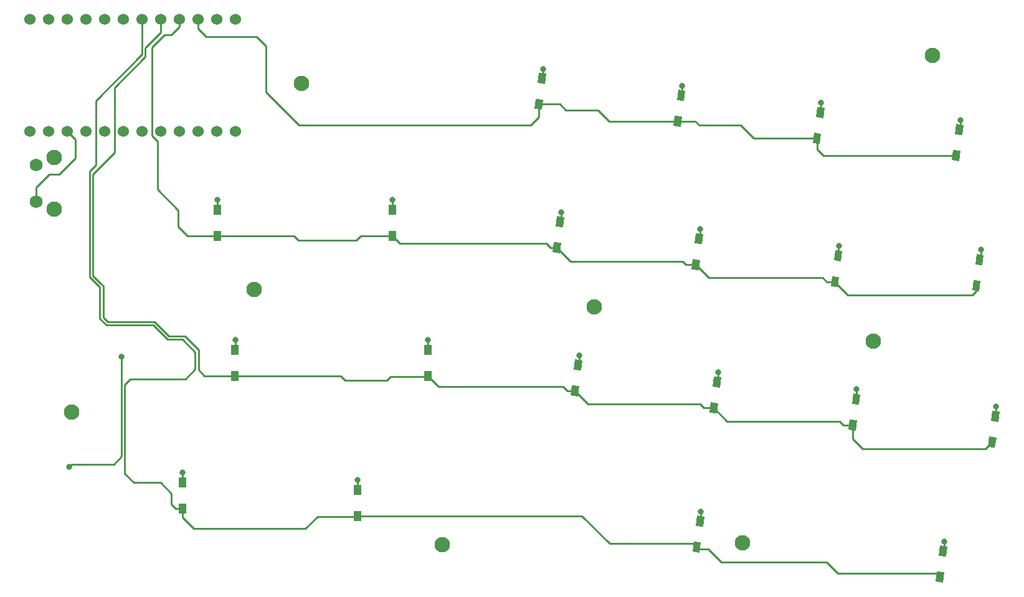
<source format=gbr>
%TF.GenerationSoftware,KiCad,Pcbnew,(5.1.9-0-10_14)*%
%TF.CreationDate,2021-04-30T13:47:16+09:00*%
%TF.ProjectId,seiren-pad,73656972-656e-42d7-9061-642e6b696361,rev?*%
%TF.SameCoordinates,Original*%
%TF.FileFunction,Copper,L1,Top*%
%TF.FilePolarity,Positive*%
%FSLAX46Y46*%
G04 Gerber Fmt 4.6, Leading zero omitted, Abs format (unit mm)*
G04 Created by KiCad (PCBNEW (5.1.9-0-10_14)) date 2021-04-30 13:47:16*
%MOMM*%
%LPD*%
G01*
G04 APERTURE LIST*
%TA.AperFunction,ComponentPad*%
%ADD10C,2.100000*%
%TD*%
%TA.AperFunction,SMDPad,CuDef*%
%ADD11C,0.100000*%
%TD*%
%TA.AperFunction,SMDPad,CuDef*%
%ADD12R,1.000000X1.400000*%
%TD*%
%TA.AperFunction,ComponentPad*%
%ADD13C,1.750000*%
%TD*%
%TA.AperFunction,ComponentPad*%
%ADD14C,1.524000*%
%TD*%
%TA.AperFunction,ViaPad*%
%ADD15C,0.800000*%
%TD*%
%TA.AperFunction,Conductor*%
%ADD16C,0.250000*%
%TD*%
%TA.AperFunction,Conductor*%
%ADD17C,0.500000*%
%TD*%
G04 APERTURE END LIST*
D10*
%TO.P,,*%
%TO.N,*%
X100543360Y-72938640D03*
%TD*%
%TO.P,,*%
%TO.N,*%
X191719200Y-90678000D03*
%TD*%
%TO.P,,*%
%TO.N,*%
X150876000Y-90932000D03*
%TD*%
%TO.P,,*%
%TO.N,*%
X217522445Y-24382352D03*
%TD*%
%TO.P,,*%
%TO.N,*%
X131790440Y-28178760D03*
%TD*%
%TA.AperFunction,SMDPad,CuDef*%
D11*
%TO.P,D4,2*%
%TO.N,Net-(D4-Pad2)*%
G36*
X221579043Y-35251804D02*
G01*
X220586496Y-35129935D01*
X220757113Y-33740370D01*
X221749660Y-33862239D01*
X221579043Y-35251804D01*
G37*
%TD.AperFunction*%
%TA.AperFunction,SMDPad,CuDef*%
%TO.P,D4,1*%
%TO.N,row0*%
G36*
X221146407Y-38775342D02*
G01*
X220153860Y-38653473D01*
X220324477Y-37263908D01*
X221317024Y-37385777D01*
X221146407Y-38775342D01*
G37*
%TD.AperFunction*%
%TD*%
D12*
%TO.P,D5,2*%
%TO.N,Net-(D5-Pad2)*%
X120357540Y-45384720D03*
%TO.P,D5,1*%
%TO.N,row1*%
X120357540Y-48934720D03*
%TD*%
%TO.P,D6,2*%
%TO.N,Net-(D6-Pad2)*%
X144109440Y-45384720D03*
%TO.P,D6,1*%
%TO.N,row1*%
X144109440Y-48934720D03*
%TD*%
%TA.AperFunction,SMDPad,CuDef*%
D11*
%TO.P,D7,2*%
%TO.N,Net-(D7-Pad2)*%
G36*
X167298236Y-47780021D02*
G01*
X166305689Y-47658152D01*
X166476306Y-46268587D01*
X167468853Y-46390456D01*
X167298236Y-47780021D01*
G37*
%TD.AperFunction*%
%TA.AperFunction,SMDPad,CuDef*%
%TO.P,D7,1*%
%TO.N,row1*%
G36*
X166865600Y-51303559D02*
G01*
X165873053Y-51181690D01*
X166043670Y-49792125D01*
X167036217Y-49913994D01*
X166865600Y-51303559D01*
G37*
%TD.AperFunction*%
%TD*%
%TA.AperFunction,SMDPad,CuDef*%
%TO.P,D8,2*%
%TO.N,Net-(D8-Pad2)*%
G36*
X186206240Y-50101632D02*
G01*
X185213693Y-49979763D01*
X185384310Y-48590198D01*
X186376857Y-48712067D01*
X186206240Y-50101632D01*
G37*
%TD.AperFunction*%
%TA.AperFunction,SMDPad,CuDef*%
%TO.P,D8,1*%
%TO.N,row1*%
G36*
X185773604Y-53625170D02*
G01*
X184781057Y-53503301D01*
X184951674Y-52113736D01*
X185944221Y-52235605D01*
X185773604Y-53625170D01*
G37*
%TD.AperFunction*%
%TD*%
%TA.AperFunction,SMDPad,CuDef*%
%TO.P,D9,2*%
%TO.N,Net-(D9-Pad2)*%
G36*
X205114244Y-52423238D02*
G01*
X204121697Y-52301369D01*
X204292314Y-50911804D01*
X205284861Y-51033673D01*
X205114244Y-52423238D01*
G37*
%TD.AperFunction*%
%TA.AperFunction,SMDPad,CuDef*%
%TO.P,D9,1*%
%TO.N,row1*%
G36*
X204681608Y-55946776D02*
G01*
X203689061Y-55824907D01*
X203859678Y-54435342D01*
X204852225Y-54557211D01*
X204681608Y-55946776D01*
G37*
%TD.AperFunction*%
%TD*%
%TA.AperFunction,SMDPad,CuDef*%
%TO.P,D10,2*%
%TO.N,Net-(D10-Pad2)*%
G36*
X224334210Y-52951069D02*
G01*
X223341663Y-52829200D01*
X223512280Y-51439635D01*
X224504827Y-51561504D01*
X224334210Y-52951069D01*
G37*
%TD.AperFunction*%
%TA.AperFunction,SMDPad,CuDef*%
%TO.P,D10,1*%
%TO.N,row1*%
G36*
X223901574Y-56474607D02*
G01*
X222909027Y-56352738D01*
X223079644Y-54963173D01*
X224072191Y-55085042D01*
X223901574Y-56474607D01*
G37*
%TD.AperFunction*%
%TD*%
D12*
%TO.P,D11,2*%
%TO.N,Net-(D11-Pad2)*%
X122738790Y-64434720D03*
%TO.P,D11,1*%
%TO.N,row2*%
X122738790Y-67984720D03*
%TD*%
%TO.P,D12,2*%
%TO.N,Net-(D12-Pad2)*%
X148910040Y-64434720D03*
%TO.P,D12,1*%
%TO.N,row2*%
X148910040Y-67984720D03*
%TD*%
%TA.AperFunction,SMDPad,CuDef*%
D11*
%TO.P,D13,2*%
%TO.N,Net-(D13-Pad2)*%
G36*
X169741442Y-67273071D02*
G01*
X168748895Y-67151202D01*
X168919512Y-65761637D01*
X169912059Y-65883506D01*
X169741442Y-67273071D01*
G37*
%TD.AperFunction*%
%TA.AperFunction,SMDPad,CuDef*%
%TO.P,D13,1*%
%TO.N,row2*%
G36*
X169308806Y-70796609D02*
G01*
X168316259Y-70674740D01*
X168486876Y-69285175D01*
X169479423Y-69407044D01*
X169308806Y-70796609D01*
G37*
%TD.AperFunction*%
%TD*%
%TA.AperFunction,SMDPad,CuDef*%
%TO.P,D14,2*%
%TO.N,Net-(D14-Pad2)*%
G36*
X188649446Y-69594682D02*
G01*
X187656899Y-69472813D01*
X187827516Y-68083248D01*
X188820063Y-68205117D01*
X188649446Y-69594682D01*
G37*
%TD.AperFunction*%
%TA.AperFunction,SMDPad,CuDef*%
%TO.P,D14,1*%
%TO.N,row2*%
G36*
X188216810Y-73118220D02*
G01*
X187224263Y-72996351D01*
X187394880Y-71606786D01*
X188387427Y-71728655D01*
X188216810Y-73118220D01*
G37*
%TD.AperFunction*%
%TD*%
%TA.AperFunction,SMDPad,CuDef*%
%TO.P,D15,2*%
%TO.N,Net-(D15-Pad2)*%
G36*
X207557444Y-71916278D02*
G01*
X206564897Y-71794409D01*
X206735514Y-70404844D01*
X207728061Y-70526713D01*
X207557444Y-71916278D01*
G37*
%TD.AperFunction*%
%TA.AperFunction,SMDPad,CuDef*%
%TO.P,D15,1*%
%TO.N,row2*%
G36*
X207124808Y-75439816D02*
G01*
X206132261Y-75317947D01*
X206302878Y-73928382D01*
X207295425Y-74050251D01*
X207124808Y-75439816D01*
G37*
%TD.AperFunction*%
%TD*%
%TA.AperFunction,SMDPad,CuDef*%
%TO.P,D16,2*%
%TO.N,Net-(D16-Pad2)*%
G36*
X226465455Y-74237904D02*
G01*
X225472908Y-74116035D01*
X225643525Y-72726470D01*
X226636072Y-72848339D01*
X226465455Y-74237904D01*
G37*
%TD.AperFunction*%
%TA.AperFunction,SMDPad,CuDef*%
%TO.P,D16,1*%
%TO.N,row2*%
G36*
X226032819Y-77761442D02*
G01*
X225040272Y-77639573D01*
X225210889Y-76250008D01*
X226203436Y-76371877D01*
X226032819Y-77761442D01*
G37*
%TD.AperFunction*%
%TD*%
D12*
%TO.P,D17,2*%
%TO.N,Net-(D17-Pad2)*%
X115556940Y-82484720D03*
%TO.P,D17,1*%
%TO.N,row3*%
X115556940Y-86034720D03*
%TD*%
%TO.P,D18,2*%
%TO.N,Net-(D18-Pad2)*%
X139407540Y-83484720D03*
%TO.P,D18,1*%
%TO.N,row3*%
X139407540Y-87034720D03*
%TD*%
%TA.AperFunction,SMDPad,CuDef*%
D11*
%TO.P,D19,2*%
%TO.N,Net-(D19-Pad2)*%
G36*
X186327835Y-88502687D02*
G01*
X185335288Y-88380818D01*
X185505905Y-86991253D01*
X186498452Y-87113122D01*
X186327835Y-88502687D01*
G37*
%TD.AperFunction*%
%TA.AperFunction,SMDPad,CuDef*%
%TO.P,D19,1*%
%TO.N,row3*%
G36*
X185895199Y-92026225D02*
G01*
X184902652Y-91904356D01*
X185073269Y-90514791D01*
X186065816Y-90636660D01*
X185895199Y-92026225D01*
G37*
%TD.AperFunction*%
%TD*%
%TA.AperFunction,SMDPad,CuDef*%
%TO.P,D20,2*%
%TO.N,Net-(D20-Pad2)*%
G36*
X219379027Y-92560863D02*
G01*
X218386480Y-92438994D01*
X218557097Y-91049429D01*
X219549644Y-91171298D01*
X219379027Y-92560863D01*
G37*
%TD.AperFunction*%
%TA.AperFunction,SMDPad,CuDef*%
%TO.P,D20,1*%
%TO.N,row3*%
G36*
X218946391Y-96084401D02*
G01*
X217953844Y-95962532D01*
X218124461Y-94572967D01*
X219117008Y-94694836D01*
X218946391Y-96084401D01*
G37*
%TD.AperFunction*%
%TD*%
D10*
%TO.P,SW21,*%
%TO.N,*%
X98187040Y-45343320D03*
D13*
%TO.P,SW21,1*%
%TO.N,reset*%
X95697040Y-44343320D03*
%TO.P,SW21,2*%
%TO.N,GND*%
X95697040Y-39343320D03*
D10*
%TO.P,SW21,*%
%TO.N,*%
X98187040Y-38333320D03*
%TD*%
D14*
%TO.P,U1,24*%
%TO.N,Net-(U1-Pad24)*%
X94856240Y-34756120D03*
%TO.P,U1,23*%
%TO.N,GND*%
X97396240Y-34756120D03*
%TO.P,U1,22*%
%TO.N,reset*%
X99936240Y-34756120D03*
%TO.P,U1,21*%
%TO.N,VDD*%
X102476240Y-34756120D03*
%TO.P,U1,20*%
%TO.N,col0*%
X105016240Y-34756120D03*
%TO.P,U1,19*%
%TO.N,col1*%
X107556240Y-34756120D03*
%TO.P,U1,18*%
%TO.N,col2*%
X110096240Y-34756120D03*
%TO.P,U1,17*%
%TO.N,col3*%
X112636240Y-34756120D03*
%TO.P,U1,16*%
%TO.N,col4*%
X115176240Y-34756120D03*
%TO.P,U1,15*%
%TO.N,col5*%
X117716240Y-34756120D03*
%TO.P,U1,14*%
%TO.N,Net-(U1-Pad14)*%
X120256240Y-34756120D03*
%TO.P,U1,13*%
%TO.N,Net-(U1-Pad13)*%
X122796240Y-34756120D03*
%TO.P,U1,12*%
%TO.N,Net-(U1-Pad12)*%
X122796240Y-19536120D03*
%TO.P,U1,11*%
%TO.N,Net-(U1-Pad11)*%
X120256240Y-19536120D03*
%TO.P,U1,10*%
%TO.N,row0*%
X117716240Y-19536120D03*
%TO.P,U1,9*%
%TO.N,row1*%
X115176240Y-19536120D03*
%TO.P,U1,8*%
%TO.N,row2*%
X112636240Y-19536120D03*
%TO.P,U1,7*%
%TO.N,row3*%
X110096240Y-19536120D03*
%TO.P,U1,6*%
%TO.N,Net-(U1-Pad6)*%
X107556240Y-19536120D03*
%TO.P,U1,5*%
%TO.N,Net-(U1-Pad5)*%
X105016240Y-19536120D03*
%TO.P,U1,4*%
%TO.N,GND*%
X102476240Y-19536120D03*
%TO.P,U1,3*%
X99936240Y-19536120D03*
%TO.P,U1,2*%
%TO.N,Net-(U1-Pad2)*%
X97396240Y-19536120D03*
%TO.P,U1,1*%
%TO.N,LED*%
X94856240Y-19536120D03*
%TD*%
%TA.AperFunction,SMDPad,CuDef*%
D11*
%TO.P,D1,2*%
%TO.N,Net-(D1-Pad2)*%
G36*
X164855030Y-28286971D02*
G01*
X163862483Y-28165102D01*
X164033100Y-26775537D01*
X165025647Y-26897406D01*
X164855030Y-28286971D01*
G37*
%TD.AperFunction*%
%TA.AperFunction,SMDPad,CuDef*%
%TO.P,D1,1*%
%TO.N,row0*%
G36*
X164422394Y-31810509D02*
G01*
X163429847Y-31688640D01*
X163600464Y-30299075D01*
X164593011Y-30420944D01*
X164422394Y-31810509D01*
G37*
%TD.AperFunction*%
%TD*%
%TA.AperFunction,SMDPad,CuDef*%
%TO.P,D2,2*%
%TO.N,Net-(D2-Pad2)*%
G36*
X183763034Y-30608582D02*
G01*
X182770487Y-30486713D01*
X182941104Y-29097148D01*
X183933651Y-29219017D01*
X183763034Y-30608582D01*
G37*
%TD.AperFunction*%
%TA.AperFunction,SMDPad,CuDef*%
%TO.P,D2,1*%
%TO.N,row0*%
G36*
X183330398Y-34132120D02*
G01*
X182337851Y-34010251D01*
X182508468Y-32620686D01*
X183501015Y-32742555D01*
X183330398Y-34132120D01*
G37*
%TD.AperFunction*%
%TD*%
%TA.AperFunction,SMDPad,CuDef*%
%TO.P,D3,2*%
%TO.N,Net-(D3-Pad2)*%
G36*
X202671038Y-32930193D02*
G01*
X201678491Y-32808324D01*
X201849108Y-31418759D01*
X202841655Y-31540628D01*
X202671038Y-32930193D01*
G37*
%TD.AperFunction*%
%TA.AperFunction,SMDPad,CuDef*%
%TO.P,D3,1*%
%TO.N,row0*%
G36*
X202238402Y-36453731D02*
G01*
X201245855Y-36331862D01*
X201416472Y-34942297D01*
X202409019Y-35064166D01*
X202238402Y-36453731D01*
G37*
%TD.AperFunction*%
%TD*%
D10*
%TO.P,,*%
%TO.N,*%
X125318520Y-56255920D03*
%TD*%
%TO.P,,*%
%TO.N,*%
X171551600Y-58597800D03*
%TD*%
%TO.P,,*%
%TO.N,*%
X209473800Y-63246000D03*
%TD*%
D15*
%TO.N,Net-(D1-Pad2)*%
X164581840Y-26233120D03*
%TO.N,Net-(D2-Pad2)*%
X183504840Y-28519120D03*
%TO.N,Net-(D3-Pad2)*%
X202384045Y-30833952D03*
%TO.N,Net-(D4-Pad2)*%
X221325440Y-33192720D03*
%TO.N,Net-(D5-Pad2)*%
X120360440Y-44063920D03*
%TO.N,Net-(D6-Pad2)*%
X144109440Y-44063920D03*
%TO.N,Net-(D7-Pad2)*%
X167045640Y-45714920D03*
%TO.N,Net-(D8-Pad2)*%
X185917840Y-48026320D03*
%TO.N,Net-(D9-Pad2)*%
X204817986Y-50320613D03*
%TO.N,Net-(D10-Pad2)*%
X224101045Y-50823752D03*
%TO.N,Net-(D11-Pad2)*%
X122748040Y-63113920D03*
%TO.N,Net-(D12-Pad2)*%
X148910040Y-63113920D03*
%TO.N,Net-(D13-Pad2)*%
X169484040Y-65222120D03*
%TO.N,Net-(D14-Pad2)*%
X188381640Y-67533520D03*
%TO.N,Net-(D15-Pad2)*%
X207235445Y-69797552D03*
%TO.N,Net-(D16-Pad2)*%
X226176840Y-72181720D03*
%TO.N,Net-(D17-Pad2)*%
X115559840Y-81147920D03*
%TO.N,Net-(D18-Pad2)*%
X139410440Y-82163920D03*
%TO.N,Net-(D19-Pad2)*%
X186070240Y-86431120D03*
%TO.N,Net-(D20-Pad2)*%
X219115640Y-90495120D03*
%TO.N,col0*%
X107279440Y-65349120D03*
X100142040Y-80335120D03*
%TD*%
D16*
%TO.N,row0*%
X220735442Y-38019625D02*
X204149048Y-38019625D01*
X202072240Y-35306407D02*
X202082196Y-35316363D01*
X204149048Y-38019625D02*
X202686318Y-38019625D01*
X201827437Y-37160744D02*
X201827437Y-35698014D01*
X202686318Y-38019625D02*
X201827437Y-37160744D01*
X185848645Y-33932752D02*
X185292296Y-33376403D01*
X191462045Y-33932752D02*
X185848645Y-33932752D01*
X185292296Y-33376403D02*
X182919433Y-33376403D01*
X193227307Y-35698014D02*
X191462045Y-33932752D01*
X201827437Y-35698014D02*
X193227307Y-35698014D01*
X167662245Y-31849952D02*
X166867085Y-31054792D01*
X172056445Y-31849952D02*
X167662245Y-31849952D01*
X166867085Y-31054792D02*
X164011429Y-31054792D01*
X173582896Y-33376403D02*
X172056445Y-31849952D01*
X182919433Y-33376403D02*
X173582896Y-33376403D01*
X117716240Y-20765947D02*
X117716240Y-19536120D01*
X126946045Y-23137752D02*
X125701445Y-21893152D01*
X126946045Y-29435445D02*
X126946045Y-23137752D01*
X118843445Y-21893152D02*
X117716240Y-20765947D01*
X125701445Y-21893152D02*
X118843445Y-21893152D01*
X164011429Y-32787771D02*
X162890200Y-33909000D01*
X131419600Y-33909000D02*
X126946045Y-29435445D01*
X162890200Y-33909000D02*
X131419600Y-33909000D01*
X164011429Y-31054792D02*
X164011429Y-32787771D01*
%TO.N,Net-(D1-Pad2)*%
X164581840Y-27393479D02*
X164444065Y-27531254D01*
X164581840Y-26233120D02*
X164581840Y-27393479D01*
%TO.N,Net-(D2-Pad2)*%
X183504840Y-29700094D02*
X183352069Y-29852865D01*
X183352069Y-29852865D02*
X183352069Y-29864949D01*
X183504840Y-28519120D02*
X183504840Y-29700094D01*
X183352069Y-29864949D02*
X183352440Y-29865320D01*
%TO.N,Net-(D3-Pad2)*%
X202384045Y-32050504D02*
X202260073Y-32174476D01*
X202384045Y-30833952D02*
X202384045Y-32050504D01*
%TO.N,Net-(D4-Pad2)*%
X221325440Y-33192720D02*
X221325440Y-34338725D01*
X221325440Y-34338725D02*
X221168078Y-34496087D01*
%TO.N,row1*%
X144109440Y-48934720D02*
X139822840Y-48934720D01*
X131358640Y-49575720D02*
X130717640Y-48934720D01*
X130717640Y-48934720D02*
X120357540Y-48934720D01*
X139181840Y-49575720D02*
X131358640Y-49575720D01*
X139822840Y-48934720D02*
X139181840Y-49575720D01*
X206050136Y-56970552D02*
X204270643Y-55191059D01*
X223490609Y-56463388D02*
X222983445Y-56970552D01*
X222983445Y-56970552D02*
X206050136Y-56970552D01*
X223490609Y-55718890D02*
X223490609Y-56463388D01*
X145160272Y-49985552D02*
X144109440Y-48934720D01*
X165020645Y-49985552D02*
X145160272Y-49985552D01*
X165582935Y-50547842D02*
X165020645Y-49985552D01*
X166454635Y-50547842D02*
X165582935Y-50547842D01*
X168305345Y-52398552D02*
X166454635Y-50547842D01*
X184019845Y-52830352D02*
X183588045Y-52398552D01*
X183588045Y-52398552D02*
X168305345Y-52398552D01*
X185323538Y-52830352D02*
X184019845Y-52830352D01*
X204269150Y-55192552D02*
X204270643Y-55191059D01*
X203146045Y-55192552D02*
X204269150Y-55192552D01*
X187152338Y-54659152D02*
X202612645Y-54659152D01*
X202612645Y-54659152D02*
X203146045Y-55192552D01*
X185362639Y-52869453D02*
X187152338Y-54659152D01*
X113103045Y-21609315D02*
X114047282Y-21609315D01*
X111401245Y-23311115D02*
X113103045Y-21609315D01*
X112176560Y-36105067D02*
X111401245Y-35329752D01*
X115031520Y-45491400D02*
X112176560Y-42636440D01*
X112176560Y-42636440D02*
X112176560Y-36105067D01*
X114047282Y-21609315D02*
X115176240Y-20480357D01*
X115031520Y-47670720D02*
X115031520Y-45491400D01*
X115176240Y-20480357D02*
X115176240Y-19536120D01*
X111401245Y-35329752D02*
X111401245Y-23311115D01*
X116295520Y-48934720D02*
X115031520Y-47670720D01*
X120357540Y-48934720D02*
X116295520Y-48934720D01*
%TO.N,Net-(D5-Pad2)*%
X120360440Y-45381820D02*
X120357540Y-45384720D01*
X120360440Y-44063920D02*
X120360440Y-45381820D01*
%TO.N,Net-(D6-Pad2)*%
X144109440Y-44063920D02*
X144109440Y-45384720D01*
%TO.N,Net-(D7-Pad2)*%
X167045640Y-45714920D02*
X167045640Y-46865935D01*
X167045640Y-46865935D02*
X166887271Y-47024304D01*
%TO.N,Net-(D8-Pad2)*%
X185917840Y-48026320D02*
X185917840Y-49223350D01*
X185917840Y-49223350D02*
X185795275Y-49345915D01*
%TO.N,Net-(D9-Pad2)*%
X204703279Y-51667521D02*
X204703279Y-50435320D01*
X204703279Y-50435320D02*
X204817986Y-50320613D01*
%TO.N,Net-(D10-Pad2)*%
X224101045Y-52017552D02*
X223923245Y-52195352D01*
X224101045Y-50823752D02*
X224101045Y-52017552D01*
%TO.N,Net-(D11-Pad2)*%
X122748040Y-63113920D02*
X122748040Y-64425470D01*
%TO.N,row2*%
X123758040Y-67984720D02*
X122738790Y-67984720D01*
X143893439Y-68079721D02*
X143372840Y-68600320D01*
X137067640Y-67984720D02*
X122738790Y-67984720D01*
X143372840Y-68600320D02*
X137683240Y-68600320D01*
X148815039Y-68079721D02*
X143893439Y-68079721D01*
X137683240Y-68600320D02*
X137067640Y-67984720D01*
X148910040Y-67984720D02*
X148815039Y-68079721D01*
X206713843Y-76591150D02*
X206713843Y-74684099D01*
X208012351Y-77889658D02*
X206713843Y-76591150D01*
X224737921Y-77889658D02*
X208012351Y-77889658D01*
X225621854Y-77005725D02*
X224737921Y-77889658D01*
X205390992Y-74684099D02*
X206713843Y-74684099D01*
X204873245Y-74166352D02*
X205390992Y-74684099D01*
X189609694Y-74166352D02*
X204873245Y-74166352D01*
X187805845Y-72362503D02*
X189609694Y-74166352D01*
X170686501Y-71829552D02*
X168897841Y-70040892D01*
X185924845Y-71829552D02*
X170686501Y-71829552D01*
X186458245Y-72362952D02*
X185924845Y-71829552D01*
X187805396Y-72362952D02*
X186458245Y-72362952D01*
X187805845Y-72362503D02*
X187805396Y-72362952D01*
X167880185Y-70040892D02*
X168897841Y-70040892D01*
X167332045Y-69492752D02*
X167880185Y-70040892D01*
X150418072Y-69492752D02*
X167332045Y-69492752D01*
X148910040Y-67984720D02*
X150418072Y-69492752D01*
X110537645Y-23366352D02*
X112636240Y-21267757D01*
X112636240Y-21267757D02*
X112636240Y-19536120D01*
X110537645Y-24610952D02*
X110537645Y-23366352D01*
X106321245Y-37625635D02*
X106321245Y-28827352D01*
X103398320Y-40548560D02*
X106321245Y-37625635D01*
X103398320Y-54340760D02*
X103398320Y-40548560D01*
X104531160Y-55473600D02*
X103398320Y-54340760D01*
X104537100Y-55473600D02*
X104531160Y-55473600D01*
X105384600Y-60609480D02*
X104798290Y-60023170D01*
X104798290Y-55734790D02*
X104537100Y-55473600D01*
X113763629Y-62572469D02*
X111800640Y-60609480D01*
X104798290Y-60023170D02*
X104798290Y-55734790D01*
X117784880Y-67177920D02*
X117784880Y-64444880D01*
X115912470Y-62572470D02*
X113763629Y-62572469D01*
X117784880Y-64444880D02*
X115912470Y-62572470D01*
X106321245Y-28827352D02*
X110537645Y-24610952D01*
X118591680Y-67984720D02*
X117784880Y-67177920D01*
X111800640Y-60609480D02*
X105384600Y-60609480D01*
X122738790Y-67984720D02*
X118591680Y-67984720D01*
%TO.N,Net-(D12-Pad2)*%
X148910040Y-63113920D02*
X148910040Y-64434720D01*
%TO.N,Net-(D13-Pad2)*%
X169484040Y-65222120D02*
X169484040Y-66363791D01*
X169484040Y-66363791D02*
X169330477Y-66517354D01*
%TO.N,Net-(D14-Pad2)*%
X188381640Y-67533520D02*
X188381640Y-68695806D01*
X188381640Y-68695806D02*
X188238481Y-68838965D01*
%TO.N,Net-(D15-Pad2)*%
X207235445Y-71071595D02*
X207146479Y-71160561D01*
X207235445Y-69797552D02*
X207235445Y-71071595D01*
%TO.N,Net-(D16-Pad2)*%
X226176840Y-73359837D02*
X226054490Y-73482187D01*
X226176840Y-72181720D02*
X226176840Y-73359837D01*
%TO.N,Net-(D17-Pad2)*%
X115559840Y-81147920D02*
X115559840Y-82481820D01*
X115559840Y-82481820D02*
X115556940Y-82484720D01*
%TO.N,row3*%
X185484234Y-91270508D02*
X185033966Y-90820240D01*
X185033966Y-90820240D02*
X173685200Y-90820240D01*
X169899680Y-87034720D02*
X139407540Y-87034720D01*
X173685200Y-90820240D02*
X169899680Y-87034720D01*
X139407540Y-87034720D02*
X139312539Y-87129721D01*
X139312539Y-87129721D02*
X133936639Y-87129721D01*
X132283200Y-88783160D02*
X117068600Y-88783160D01*
X117068600Y-88783160D02*
X115556940Y-87271500D01*
X133936639Y-87129721D02*
X132283200Y-88783160D01*
X115556940Y-87271500D02*
X115556940Y-86034720D01*
X187017045Y-91590752D02*
X185804478Y-91590752D01*
X185804478Y-91590752D02*
X185484234Y-91270508D01*
X218099494Y-94892752D02*
X204670045Y-94892752D01*
X203146045Y-93368752D02*
X188795045Y-93368752D01*
X204670045Y-94892752D02*
X203146045Y-93368752D01*
X188795045Y-93368752D02*
X187017045Y-91590752D01*
X218535426Y-95328684D02*
X218099494Y-94892752D01*
X108981240Y-82519520D02*
X107751880Y-81290160D01*
X110087634Y-24273563D02*
X110087634Y-20622356D01*
X107751880Y-69184520D02*
X108493560Y-68442840D01*
X105235869Y-61097160D02*
X104348279Y-60209570D01*
X104348279Y-60209570D02*
X104348279Y-55927130D01*
X114086640Y-85465920D02*
X114086640Y-84018120D01*
X112588040Y-82519520D02*
X108981240Y-82519520D01*
X115556940Y-86034720D02*
X114655440Y-86034720D01*
X114655440Y-86034720D02*
X114086640Y-85465920D01*
X107751880Y-81290160D02*
X107751880Y-69184520D01*
X108493560Y-68442840D02*
X115991640Y-68442840D01*
X115991640Y-68442840D02*
X117312440Y-67122040D01*
X103806645Y-39317552D02*
X103806645Y-30554552D01*
X110096240Y-20613750D02*
X110096240Y-19536120D01*
X110087634Y-20622356D02*
X110096240Y-20613750D01*
X117312440Y-67122040D02*
X117312440Y-64776490D01*
X104348279Y-55927130D02*
X102948309Y-54527160D01*
X113538000Y-63022480D02*
X111612680Y-61097160D01*
X111612680Y-61097160D02*
X105235869Y-61097160D01*
X102948309Y-54527160D02*
X102948309Y-40175888D01*
X114086640Y-84018120D02*
X112588040Y-82519520D01*
X117312440Y-64776490D02*
X115558430Y-63022480D01*
X115558430Y-63022480D02*
X113538000Y-63022480D01*
X102948309Y-40175888D02*
X103806645Y-39317552D01*
X103806645Y-30554552D02*
X110087634Y-24273563D01*
%TO.N,Net-(D18-Pad2)*%
X139410440Y-82163920D02*
X139410440Y-83481820D01*
X139410440Y-83481820D02*
X139407540Y-83484720D01*
%TO.N,Net-(D19-Pad2)*%
X186070240Y-86431120D02*
X186070240Y-87593600D01*
X186070240Y-87593600D02*
X185916870Y-87746970D01*
%TO.N,Net-(D20-Pad2)*%
X219115640Y-90495120D02*
X219115640Y-91657568D01*
X219115640Y-91657568D02*
X218968062Y-91805146D01*
D17*
%TO.N,VDD*%
X101996240Y-34756120D02*
X102434360Y-34756120D01*
D16*
%TO.N,col4*%
X114696240Y-34967147D02*
X114696240Y-34756120D01*
%TO.N,col0*%
X106258360Y-79994760D02*
X100482400Y-79994760D01*
X107279440Y-78973680D02*
X106258360Y-79994760D01*
X100482400Y-79994760D02*
X100142040Y-80335120D01*
X107279440Y-65349120D02*
X107279440Y-78973680D01*
%TO.N,reset*%
X97507445Y-40562152D02*
X98828245Y-40562152D01*
X101038045Y-38352352D02*
X101038045Y-35857925D01*
X98828245Y-40562152D02*
X101038045Y-38352352D01*
X101038045Y-35857925D02*
X99936240Y-34756120D01*
X95697040Y-42372557D02*
X97507445Y-40562152D01*
X95697040Y-44343320D02*
X95697040Y-42372557D01*
D17*
%TO.N,Net-(U1-Pad5)*%
X104536240Y-19598640D02*
X104536240Y-19536120D01*
D16*
%TO.N,Net-(U1-Pad12)*%
X122363520Y-19536120D02*
X122316240Y-19536120D01*
%TD*%
M02*

</source>
